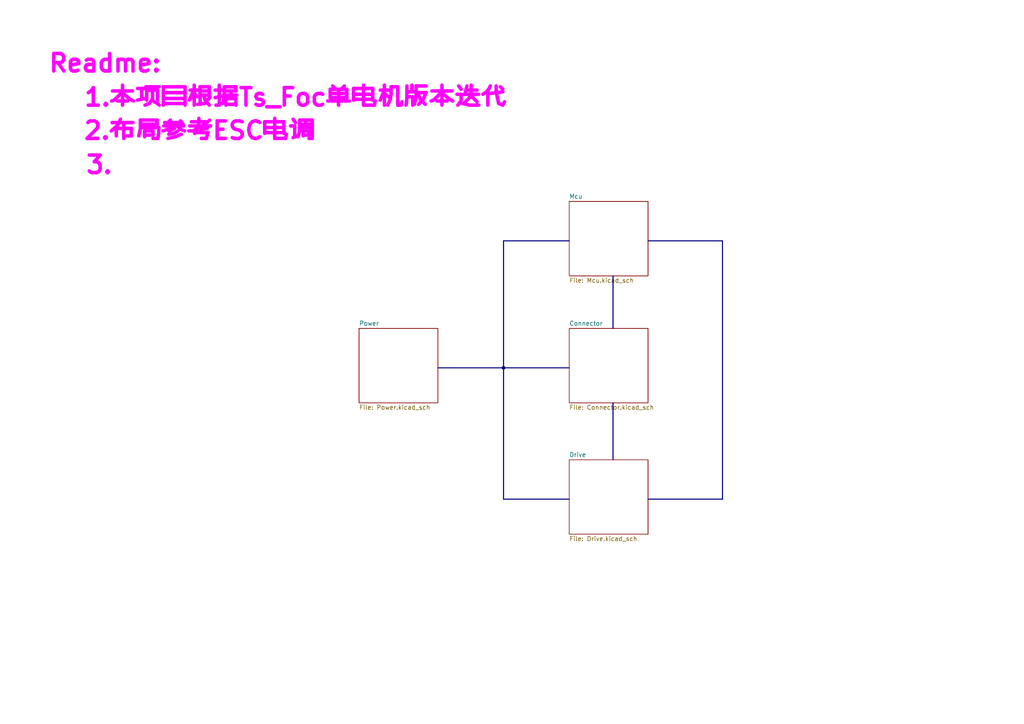
<source format=kicad_sch>
(kicad_sch
	(version 20231120)
	(generator "eeschema")
	(generator_version "8.0")
	(uuid "0cbcabec-8024-48c7-ab91-86e279a5637e")
	(paper "A4")
	(title_block
		(date "2025-01-24")
		(rev "Dennis_Re_Yoonjiho")
	)
	(lib_symbols)
	(junction
		(at 146.05 106.68)
		(diameter 0)
		(color 0 0 0 0)
		(uuid "bf674a9c-9342-490d-b12e-87a8d2d61999")
	)
	(bus
		(pts
			(xy 146.05 69.85) (xy 146.05 106.68)
		)
		(stroke
			(width 0)
			(type default)
		)
		(uuid "1056de3c-c82e-46c6-a34e-358540c01f54")
	)
	(bus
		(pts
			(xy 127 106.68) (xy 146.05 106.68)
		)
		(stroke
			(width 0)
			(type default)
		)
		(uuid "159ffaeb-bdfc-4d24-a13d-8e859aacca93")
	)
	(bus
		(pts
			(xy 165.1 69.85) (xy 146.05 69.85)
		)
		(stroke
			(width 0)
			(type default)
		)
		(uuid "16f016bc-52e7-4fea-a492-53a3e6d99abe")
	)
	(bus
		(pts
			(xy 146.05 144.78) (xy 165.1 144.78)
		)
		(stroke
			(width 0)
			(type default)
		)
		(uuid "5f4e08ec-e525-4ade-9851-ca5ed9db121f")
	)
	(bus
		(pts
			(xy 146.05 106.68) (xy 165.1 106.68)
		)
		(stroke
			(width 0)
			(type default)
		)
		(uuid "751ed3c4-4283-4c9f-bc6c-f3bb24eecb5a")
	)
	(bus
		(pts
			(xy 177.8 80.01) (xy 177.8 95.25)
		)
		(stroke
			(width 0)
			(type default)
		)
		(uuid "a02926b4-d95e-4441-aeb7-d693914adbd8")
	)
	(bus
		(pts
			(xy 187.96 69.85) (xy 209.55 69.85)
		)
		(stroke
			(width 0)
			(type default)
		)
		(uuid "a36e6c92-5b80-49e7-be5c-6a821ac7f8e5")
	)
	(bus
		(pts
			(xy 187.96 144.78) (xy 209.55 144.78)
		)
		(stroke
			(width 0)
			(type default)
		)
		(uuid "a888d0e7-d558-46e3-9d32-ae2675d0bd30")
	)
	(bus
		(pts
			(xy 146.05 106.68) (xy 146.05 144.78)
		)
		(stroke
			(width 0)
			(type default)
		)
		(uuid "cf82fa4c-3c6a-40e1-830e-cdacc62b2a50")
	)
	(bus
		(pts
			(xy 209.55 69.85) (xy 209.55 144.78)
		)
		(stroke
			(width 0)
			(type default)
		)
		(uuid "e7704409-2c7a-4da4-bf63-0e9804f7946e")
	)
	(bus
		(pts
			(xy 177.8 116.84) (xy 177.8 133.35)
		)
		(stroke
			(width 0)
			(type default)
		)
		(uuid "ee2f4cdc-ba78-405f-b006-2a4403d85a5b")
	)
	(text "2.布局参考ESC电调"
		(exclude_from_sim yes)
		(at 57.912 38.1 0)
		(effects
			(font
				(size 5.08 5.08)
				(thickness 1.016)
				(bold yes)
				(color 255 2 253 1)
			)
		)
		(uuid "52dae713-1d44-4247-b2ca-abf42a355b7c")
	)
	(text "3. "
		(exclude_from_sim yes)
		(at 30.734 48.006 0)
		(effects
			(font
				(size 5.08 5.08)
				(thickness 1.016)
				(bold yes)
				(color 255 2 253 1)
			)
		)
		(uuid "afe14490-1999-4f10-b91d-dbab6ed703cc")
	)
	(text "1.本项目根据Ts_Foc单电机版本迭代\n"
		(exclude_from_sim yes)
		(at 85.852 28.448 0)
		(effects
			(font
				(size 5.08 5.08)
				(thickness 1.016)
				(bold yes)
				(color 255 2 253 1)
			)
		)
		(uuid "b89d030f-1a64-4c82-88de-eb7ebae8b650")
	)
	(text "Readme:"
		(exclude_from_sim yes)
		(at 30.48 18.542 0)
		(effects
			(font
				(size 5.08 5.08)
				(thickness 1.016)
				(bold yes)
				(color 255 2 253 1)
			)
		)
		(uuid "f1b1e739-50ce-4366-917c-bcbae624b362")
	)
	(sheet
		(at 165.1 58.42)
		(size 22.86 21.59)
		(fields_autoplaced yes)
		(stroke
			(width 0.1524)
			(type solid)
		)
		(fill
			(color 0 0 0 0.0000)
		)
		(uuid "5b2b706b-dc46-410d-930c-36fa0d5c1118")
		(property "Sheetname" "Mcu"
			(at 165.1 57.7084 0)
			(effects
				(font
					(size 1.27 1.27)
				)
				(justify left bottom)
			)
		)
		(property "Sheetfile" "Mcu.kicad_sch"
			(at 165.1 80.5946 0)
			(effects
				(font
					(size 1.27 1.27)
				)
				(justify left top)
			)
		)
		(instances
			(project "Ts_Foc_Vo1_0"
				(path "/0cbcabec-8024-48c7-ab91-86e279a5637e"
					(page "2")
				)
			)
		)
	)
	(sheet
		(at 104.14 95.25)
		(size 22.86 21.59)
		(fields_autoplaced yes)
		(stroke
			(width 0.1524)
			(type solid)
		)
		(fill
			(color 0 0 0 0.0000)
		)
		(uuid "97ee4039-d600-4608-b2ff-7d42036ea92c")
		(property "Sheetname" "Power"
			(at 104.14 94.5384 0)
			(effects
				(font
					(size 1.27 1.27)
				)
				(justify left bottom)
			)
		)
		(property "Sheetfile" "Power.kicad_sch"
			(at 104.14 117.4246 0)
			(effects
				(font
					(size 1.27 1.27)
				)
				(justify left top)
			)
		)
		(instances
			(project "Ts_Foc_Vo1_0"
				(path "/0cbcabec-8024-48c7-ab91-86e279a5637e"
					(page "1")
				)
			)
		)
	)
	(sheet
		(at 165.1 95.25)
		(size 22.86 21.59)
		(fields_autoplaced yes)
		(stroke
			(width 0.1524)
			(type solid)
		)
		(fill
			(color 0 0 0 0.0000)
		)
		(uuid "f3329442-eac4-40be-b987-eebdbe922017")
		(property "Sheetname" "Connector"
			(at 165.1 94.5384 0)
			(effects
				(font
					(size 1.27 1.27)
				)
				(justify left bottom)
			)
		)
		(property "Sheetfile" "Connector.kicad_sch"
			(at 165.1 117.4246 0)
			(effects
				(font
					(size 1.27 1.27)
				)
				(justify left top)
			)
		)
		(instances
			(project "Ts_Foc_Vo1_0"
				(path "/0cbcabec-8024-48c7-ab91-86e279a5637e"
					(page "4")
				)
			)
		)
	)
	(sheet
		(at 165.1 133.35)
		(size 22.86 21.59)
		(fields_autoplaced yes)
		(stroke
			(width 0.1524)
			(type solid)
		)
		(fill
			(color 0 0 0 0.0000)
		)
		(uuid "fab28823-ecd3-450b-84d7-789286e0ef2b")
		(property "Sheetname" "Drive"
			(at 165.1 132.6384 0)
			(effects
				(font
					(size 1.27 1.27)
				)
				(justify left bottom)
			)
		)
		(property "Sheetfile" "Drive.kicad_sch"
			(at 165.1 155.5246 0)
			(effects
				(font
					(size 1.27 1.27)
				)
				(justify left top)
			)
		)
		(instances
			(project "Ts_Foc_Vo1_0"
				(path "/0cbcabec-8024-48c7-ab91-86e279a5637e"
					(page "3")
				)
			)
		)
	)
	(sheet_instances
		(path "/"
			(page "0")
		)
	)
)

</source>
